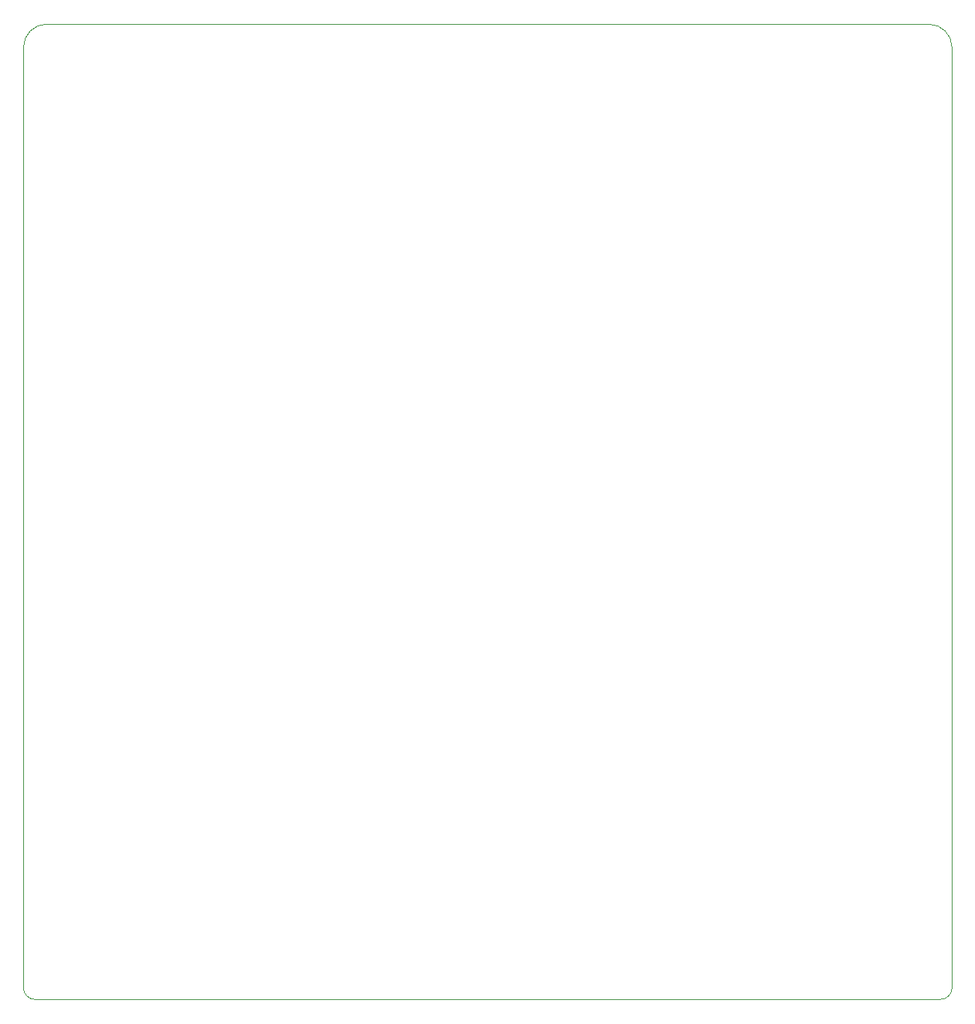
<source format=gbr>
%TF.GenerationSoftware,KiCad,Pcbnew,9.0.6*%
%TF.CreationDate,2025-12-13T22:30:01+01:00*%
%TF.ProjectId,piano,7069616e-6f2e-46b6-9963-61645f706362,rev?*%
%TF.SameCoordinates,Original*%
%TF.FileFunction,Profile,NP*%
%FSLAX46Y46*%
G04 Gerber Fmt 4.6, Leading zero omitted, Abs format (unit mm)*
G04 Created by KiCad (PCBNEW 9.0.6) date 2025-12-13 22:30:01*
%MOMM*%
%LPD*%
G01*
G04 APERTURE LIST*
%TA.AperFunction,Profile*%
%ADD10C,0.050000*%
%TD*%
G04 APERTURE END LIST*
D10*
X203200000Y-154940000D02*
X203200000Y-52070000D01*
X101600000Y-52070000D02*
X101600000Y-154940000D01*
X200660000Y-49530000D02*
X104140000Y-49530000D01*
X101600000Y-52070000D02*
G75*
G02*
X104140000Y-49530000I2540000J0D01*
G01*
X200660000Y-49530000D02*
G75*
G02*
X203200000Y-52070000I0J-2540000D01*
G01*
X102870000Y-156210000D02*
G75*
G02*
X101600000Y-154940000I0J1270000D01*
G01*
X102870000Y-156210000D02*
X201930000Y-156210000D01*
X203200000Y-154940000D02*
G75*
G02*
X201930000Y-156210000I-1270000J0D01*
G01*
M02*

</source>
